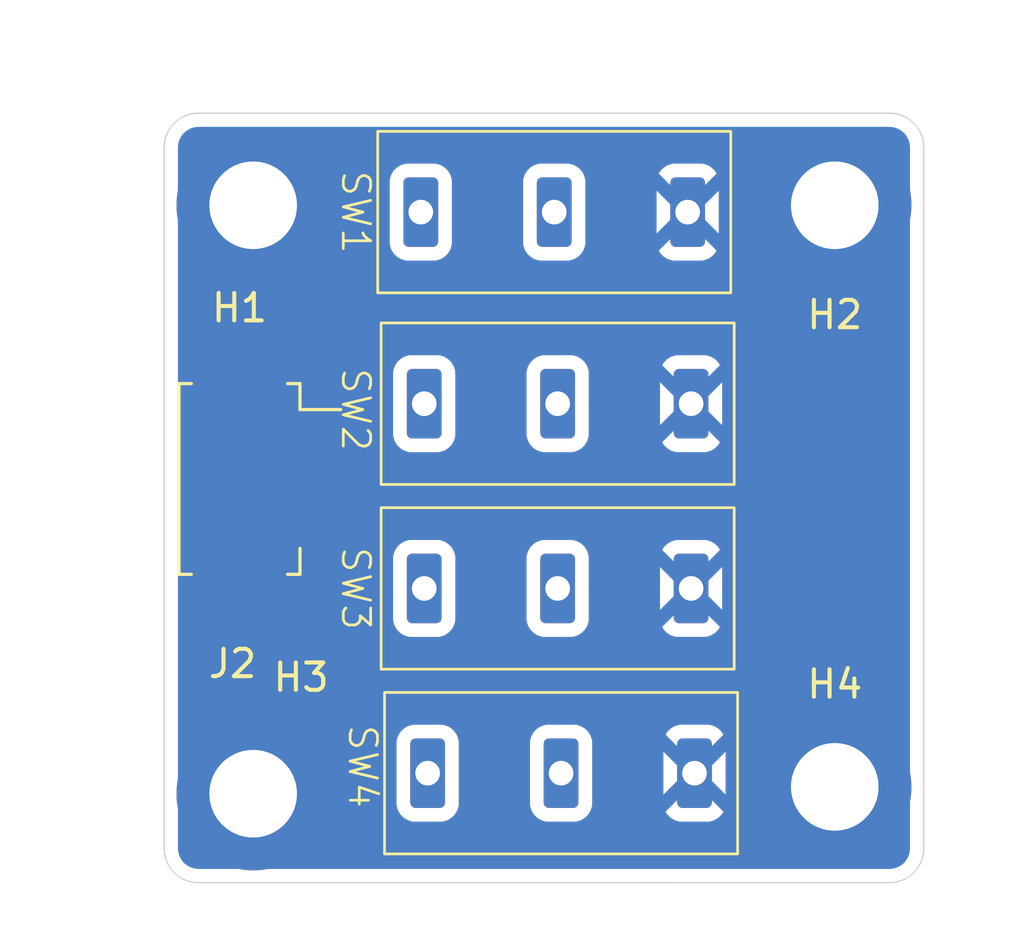
<source format=kicad_pcb>
(kicad_pcb (version 20241229) (generator "pcbnew") (generator_version "9.0")
  (layers (0 "F.Cu" signal) (2 "B.Cu" signal) (13 "F.Paste" user) (15 "B.Paste" user) (5 "F.SilkS" user "F.Silkscreen") (7 "B.SilkS" user "B.Silkscreen") (1 "F.Mask" user) (3 "B.Mask" user) (25 "Edge.Cuts" user))
  (net 0 "")
  (net 1 "GND")
  (net 2 "/!SEP1")
  (net 3 "/!SEP2")
  (footprint "Connector_Molex:Molex_PicoBlade_53261-0471_1x04-1MP_P1.25mm_Horizontal" (layer "F.Cu") (at 89.5 64 -90)
    (property "Reference" "J2" (at 6.75 0.75 0) (layer "F.SilkS"))
    (property "Value" "Conn_01x06")
    (fp_line (start -3.485 2.71) (end 3.485 2.71) (stroke (width 0.12)) (layer "F.SilkS"))
    (fp_line (start 3.485 2.71) (end 3.485 2.26) (stroke (width 0.12)) (layer "F.SilkS"))
    (fp_line (start -3.485 2.26) (end -3.485 2.71) (stroke (width 0.12)) (layer "F.SilkS"))
    (fp_line (start -3.485 -1.26) (end -3.485 -1.71) (stroke (width 0.12)) (layer "F.SilkS"))
    (fp_line (start 3.485 -1.26) (end 3.485 -1.71) (stroke (width 0.12)) (layer "F.SilkS"))
    (fp_line (start -3.485 -1.71) (end -2.535 -1.71) (stroke (width 0.12)) (layer "F.SilkS"))
    (fp_line (start -2.535 -1.71) (end -2.535 -3.2) (stroke (width 0.12)) (layer "F.SilkS"))
    (fp_line (start 3.485 -1.71) (end 2.535 -1.71) (stroke (width 0.12)) (layer "F.SilkS"))
    (pad "1" smd roundrect (at -1.875 -2.4 270) (size 0.8 1.6) (layers "F.Cu" "F.Mask" "F.Paste") (net 2 "/!SEP1"))
    (pad "2" smd roundrect (at -0.625 -2.4 270) (size 0.8 1.6) (layers "F.Cu" "F.Mask" "F.Paste") (net 1 "GND"))
    (pad "3" smd roundrect (at 0.625 -2.4 270) (size 0.8 1.6) (layers "F.Cu" "F.Mask" "F.Paste") (net 3 "/!SEP2"))
    (pad "4" smd roundrect (at 1.875 -2.4 270) (size 0.8 1.6) (layers "F.Cu" "F.Mask" "F.Paste") (net 1 "GND"))
    (pad "5" smd roundrect (at -4.425 0.5 270) (size 2.1 3) (layers "F.Cu" "F.Mask" "F.Paste") (roundrect_rratio 0.119048) (net 1 "GND"))
    (pad "6" smd roundrect (at 4.425 0.5 270) (size 2.1 3) (layers "F.Cu" "F.Mask" "F.Paste") (roundrect_rratio 0.119048) (net 1 "GND"))
  )
  (footprint "MountingHole:MountingHole_3.2mm_M3_DIN965_Pad" (layer "F.Cu") (at 110.75 54)
    (property "Reference" "H2" (at 0 4 180) (layer "F.SilkS"))
    (property "Value" "MountingHole_Pad")
    (pad "1" thru_hole circle (at 0 0) (size 5.6 5.6) (drill 3.2) (layers "*.Cu" "*.Mask") (net 1 "GND"))
  )
  (footprint "D2F_L3_D3_THT:D2F_L3_D3_THT" (layer "F.Cu") (at 100.5 54.25 -90)
    (property "Reference" "SW1" (at 0 7.25 270) (layer "F.SilkS") (effects (font (thickness 0.1))))
    (property "Value" "SW_SPDT")
    (fp_rect (start -2.95 -6.45) (end 2.95 6.45) (stroke (width 0.1)) (fill no) (layer "F.SilkS"))
    (pad "1" thru_hole roundrect (at 0 -4.875 270) (size 2.54 1.27) (drill 0.9) (layers "*.Cu" "*.Mask") (roundrect_rratio 0.15) (net 1 "GND"))
    (pad "2" thru_hole roundrect (at 0 0 270) (size 2.54 1.27) (drill 0.9) (layers "*.Cu" "*.Mask") (roundrect_rratio 0.15))
    (pad "3" thru_hole roundrect (at 0 4.875 270) (size 2.54 1.27) (drill 0.9) (layers "*.Cu" "*.Mask") (roundrect_rratio 0.15) (net 2 "/!SEP1"))
  )
  (footprint "MountingHole:MountingHole_3.2mm_M3_DIN965_Pad" (layer "F.Cu") (at 110.75 75.25)
    (property "Reference" "H4" (at 0 -3.75 180) (layer "F.SilkS"))
    (property "Value" "MountingHole_Pad")
    (pad "1" thru_hole circle (at 0 0) (size 5.6 5.6) (drill 3.2) (layers "*.Cu" "*.Mask") (net 1 "GND"))
  )
  (footprint "D2F_L3_D3_THT:D2F_L3_D3_THT" (layer "F.Cu") (at 100.625 68 -90)
    (property "Reference" "SW3" (at 0 7.375 270) (layer "F.SilkS") (effects (font (thickness 0.1))))
    (property "Value" "SW_SPDT")
    (fp_rect (start -2.95 -6.45) (end 2.95 6.45) (stroke (width 0.1)) (fill no) (layer "F.SilkS"))
    (pad "1" thru_hole roundrect (at 0 -4.875 270) (size 2.54 1.27) (drill 0.9) (layers "*.Cu" "*.Mask") (roundrect_rratio 0.15) (net 1 "GND"))
    (pad "2" thru_hole roundrect (at 0 0 270) (size 2.54 1.27) (drill 0.9) (layers "*.Cu" "*.Mask") (roundrect_rratio 0.15))
    (pad "3" thru_hole roundrect (at 0 4.875 270) (size 2.54 1.27) (drill 0.9) (layers "*.Cu" "*.Mask") (roundrect_rratio 0.15) (net 3 "/!SEP2"))
  )
  (footprint "MountingHole:MountingHole_3.2mm_M3_DIN965_Pad" (layer "F.Cu") (at 89.5 75.5)
    (property "Reference" "H3" (at 1.75 -4.25 180) (layer "F.SilkS"))
    (property "Value" "MountingHole_Pad")
    (pad "1" thru_hole circle (at 0 0) (size 5.6 5.6) (drill 3.2) (layers "*.Cu" "*.Mask") (net 1 "GND"))
  )
  (footprint "D2F_L3_D3_THT:D2F_L3_D3_THT" (layer "F.Cu") (at 100.75 74.75 -90)
    (property "Reference" "SW4" (at -0.25 7.25 270) (layer "F.SilkS") (effects (font (thickness 0.1))))
    (property "Value" "SW_SPDT")
    (fp_rect (start -2.95 -6.45) (end 2.95 6.45) (stroke (width 0.1)) (fill no) (layer "F.SilkS"))
    (pad "1" thru_hole roundrect (at 0 -4.875 270) (size 2.54 1.27) (drill 0.9) (layers "*.Cu" "*.Mask") (roundrect_rratio 0.15) (net 1 "GND"))
    (pad "2" thru_hole roundrect (at 0 0 270) (size 2.54 1.27) (drill 0.9) (layers "*.Cu" "*.Mask") (roundrect_rratio 0.15))
    (pad "3" thru_hole roundrect (at 0 4.875 270) (size 2.54 1.27) (drill 0.9) (layers "*.Cu" "*.Mask") (roundrect_rratio 0.15) (net 3 "/!SEP2"))
  )
  (footprint "MountingHole:MountingHole_3.2mm_M3_DIN965_Pad" (layer "F.Cu") (at 89.5 54)
    (property "Reference" "H1" (at -0.5 3.75 0) (layer "F.SilkS"))
    (property "Value" "MountingHole_Pad")
    (pad "1" thru_hole circle (at 0 0) (size 5.6 5.6) (drill 3.2) (layers "*.Cu" "*.Mask") (net 1 "GND"))
  )
  (footprint "D2F_L3_D3_THT:D2F_L3_D3_THT" (layer "F.Cu") (at 100.625 61.25 -90)
    (property "Reference" "SW2" (at 0.215 7.375 270) (layer "F.SilkS") (effects (font (thickness 0.1))))
    (property "Value" "SW_SPDT")
    (fp_rect (start -2.95 -6.45) (end 2.95 6.45) (stroke (width 0.1)) (fill no) (layer "F.SilkS"))
    (pad "1" thru_hole roundrect (at 0 -4.875 270) (size 2.54 1.27) (drill 0.9) (layers "*.Cu" "*.Mask") (roundrect_rratio 0.15) (net 1 "GND"))
    (pad "2" thru_hole roundrect (at 0 0 270) (size 2.54 1.27) (drill 0.9) (layers "*.Cu" "*.Mask") (roundrect_rratio 0.15))
    (pad "3" thru_hole roundrect (at 0 4.875 270) (size 2.54 1.27) (drill 0.9) (layers "*.Cu" "*.Mask") (roundrect_rratio 0.15) (net 2 "/!SEP1"))
  )
  (gr_arc (start 86.25 51.883883) (mid 86.616117 51) (end 87.5 50.633883) (stroke (width 0.05)) (layer "Edge.Cuts"))
  (gr_line (start 86.25 51.8839) (end 86.25 77.5) (stroke (width 0.05)) (layer "Edge.Cuts"))
  (gr_arc (start 87.5 78.75) (mid 86.616117 78.383883) (end 86.25 77.5) (stroke (width 0.05)) (layer "Edge.Cuts"))
  (gr_line (start 87.5 50.633883) (end 112.75 50.633883) (stroke (width 0.05)) (layer "Edge.Cuts"))
  (gr_line (start 114 51.890419) (end 113.999998 77.500396) (stroke (width 0.05)) (layer "Edge.Cuts"))
  (gr_arc (start 113.999998 77.500396) (mid 113.633881 78.384279) (end 112.749998 78.750396) (stroke (width 0.05)) (layer "Edge.Cuts"))
  (gr_arc (start 112.75 50.633883) (mid 113.633883 51) (end 114 51.883883) (stroke (width 0.05)) (layer "Edge.Cuts"))
  (gr_line (start 87.5 78.75) (end 112.749998 78.750397) (stroke (width 0.05)) (layer "Edge.Cuts"))
  (zone (net 1) (net_name "GND") (layer "B.Cu") (connect_pads (clearance 0.5)) (min_thickness 0.25) (fill yes (thermal_gap 0.5) (thermal_bridge_width 0.5))
    (polygon (pts (xy 82.75 47) (xy 116.25 46.5) (xy 117.5 81) (xy 80.25 80.25)))
  )
)
</source>
